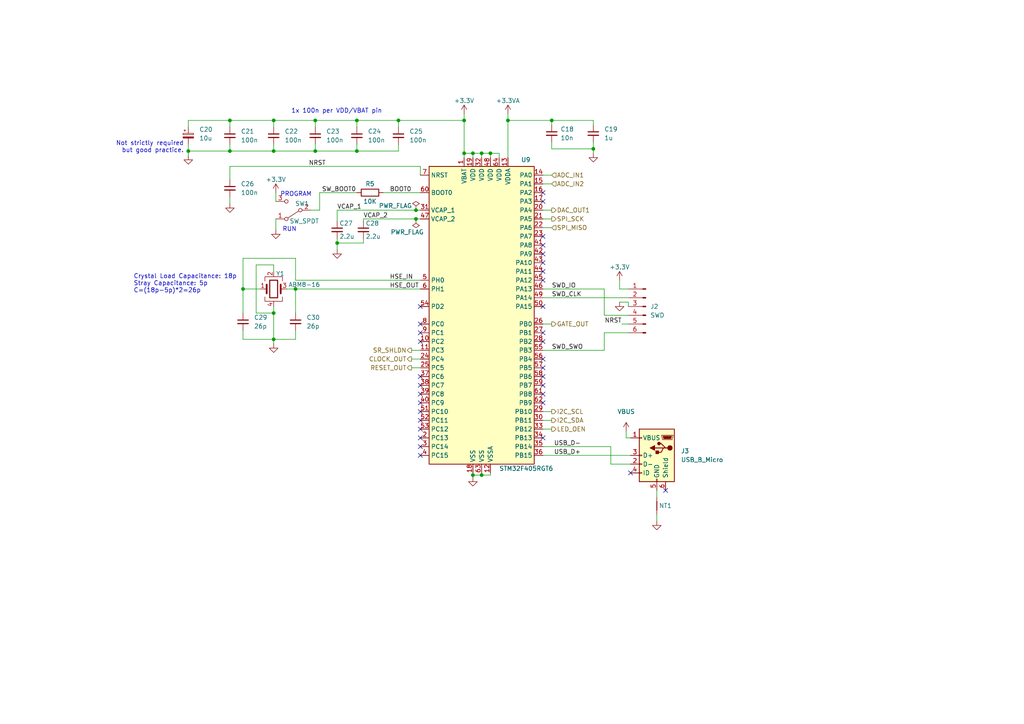
<source format=kicad_sch>
(kicad_sch (version 20211123) (generator eeschema)
  (paper "A4")
  (title_block (title "LivSynth - MCU") (date "2022-07-18") (rev "${Version}") (company "SloBlo Labs"))
  (lib_symbols
    (symbol "Connector:Conn_01x06_Male" (pin_names (offset 1.016) hide)
      (property "Reference" "J" (at 0 7.62 0))
      (property "Value" "Conn_01x06_Male" (at 0 -10.16 0))
      (symbol "Conn_01x06_Male_1_1"
        (polyline (pts (xy 1.27 -7.62) (xy 0.8636 -7.62)) (stroke (width 0.1524)))
        (polyline (pts (xy 1.27 -5.08) (xy 0.8636 -5.08)) (stroke (width 0.1524)))
        (polyline (pts (xy 1.27 -2.54) (xy 0.8636 -2.54)) (stroke (width 0.1524)))
        (polyline (pts (xy 1.27 0) (xy 0.8636 0)) (stroke (width 0.1524)))
        (polyline (pts (xy 1.27 2.54) (xy 0.8636 2.54)) (stroke (width 0.1524)))
        (polyline (pts (xy 1.27 5.08) (xy 0.8636 5.08)) (stroke (width 0.1524)))
        (rectangle (start 0.8636 -7.493) (end 0 -7.747) (stroke (width 0.1524)) (fill (type outline)))
        (rectangle (start 0.8636 -4.953) (end 0 -5.207) (stroke (width 0.1524)) (fill (type outline)))
        (rectangle (start 0.8636 -2.413) (end 0 -2.667) (stroke (width 0.1524)) (fill (type outline)))
        (rectangle (start 0.8636 0.127) (end 0 -0.127) (stroke (width 0.1524)) (fill (type outline)))
        (rectangle (start 0.8636 2.667) (end 0 2.413) (stroke (width 0.1524)) (fill (type outline)))
        (rectangle (start 0.8636 5.207) (end 0 4.953) (stroke (width 0.1524)) (fill (type outline)))
        (pin passive line (at 5.08 5.08 180) (length 3.81) (name "Pin_1") (number "1"))
        (pin passive line (at 5.08 2.54 180) (length 3.81) (name "Pin_2") (number "2"))
        (pin passive line (at 5.08 0 180) (length 3.81) (name "Pin_3") (number "3"))
        (pin passive line (at 5.08 -2.54 180) (length 3.81) (name "Pin_4") (number "4"))
        (pin passive line (at 5.08 -5.08 180) (length 3.81) (name "Pin_5") (number "5"))
        (pin passive line (at 5.08 -7.62 180) (length 3.81) (name "Pin_6") (number "6"))
      )
    )
    (symbol "Connector:USB_B_Micro" (pin_names (offset 1.016))
      (property "Reference" "J" (at -5.08 11.43 0))
      (property "Value" "USB_B_Micro" (at -5.08 8.89 0))
      (symbol "USB_B_Micro_0_1"
        (rectangle (start -5.08 -7.62) (end 5.08 7.62) (stroke (width 0.254)) (fill (type background)))
        (circle (center -3.81 2.159) (radius 0.635) (stroke (width 0.254)) (fill (type outline)))
        (circle (center -0.635 3.429) (radius 0.381) (stroke (width 0.254)) (fill (type outline)))
        (rectangle (start -0.127 -7.62) (end 0.127 -6.858))
        (polyline (pts (xy -1.905 2.159) (xy 0.635 2.159)) (stroke (width 0.254)))
        (polyline (pts (xy -3.175 2.159) (xy -2.54 2.159) (xy -1.27 3.429) (xy -0.635 3.429)) (stroke (width 0.254)))
        (polyline (pts (xy -2.54 2.159) (xy -1.905 2.159) (xy -1.27 0.889) (xy 0 0.889)) (stroke (width 0.254)))
        (polyline (pts (xy 0.635 2.794) (xy 0.635 1.524) (xy 1.905 2.159) (xy 0.635 2.794)) (stroke (width 0.254)) (fill (type outline)))
        (polyline (pts (xy -4.318 5.588) (xy -1.778 5.588) (xy -2.032 4.826) (xy -4.064 4.826) (xy -4.318 5.588)) (fill (type outline)))
        (polyline (pts (xy -4.699 5.842) (xy -4.699 5.588) (xy -4.445 4.826) (xy -4.445 4.572) (xy -1.651 4.572) (xy -1.651 4.826) (xy -1.397 5.588) (xy -1.397 5.842) (xy -4.699 5.842)))
        (rectangle (start 0.254 1.27) (end -0.508 0.508) (stroke (width 0.254)) (fill (type outline)))
        (rectangle (start 5.08 -5.207) (end 4.318 -4.953))
        (rectangle (start 5.08 -2.667) (end 4.318 -2.413))
        (rectangle (start 5.08 -0.127) (end 4.318 0.127))
        (rectangle (start 5.08 4.953) (end 4.318 5.207))
      )
      (symbol "USB_B_Micro_1_1"
        (pin power_out line (at 7.62 5.08 180) (length 2.54) (name "VBUS") (number "1"))
        (pin bidirectional line (at 7.62 -2.54 180) (length 2.54) (name "D-") (number "2"))
        (pin bidirectional line (at 7.62 0 180) (length 2.54) (name "D+") (number "3"))
        (pin passive line (at 7.62 -5.08 180) (length 2.54) (name "ID") (number "4"))
        (pin power_out line (at 0 -10.16 90) (length 2.54) (name "GND") (number "5"))
        (pin passive line (at -2.54 -10.16 90) (length 2.54) (name "Shield") (number "6"))
      )
    )
    (symbol "Device:C_Polarized_Small" (pin_numbers hide) (pin_names (offset 0.254) hide)
      (property "Reference" "C" (at 0.254 1.778 0))
      (property "Value" "C_Polarized_Small" (at 0.254 -2.032 0))
      (symbol "C_Polarized_Small_0_1"
        (rectangle (start -1.524 -0.3048) (end 1.524 -0.6858) (fill (type outline)))
        (rectangle (start -1.524 0.6858) (end 1.524 0.3048))
        (polyline (pts (xy -1.27 1.524) (xy -0.762 1.524)))
        (polyline (pts (xy -1.016 1.27) (xy -1.016 1.778)))
      )
      (symbol "C_Polarized_Small_1_1"
        (pin passive line (at 0 2.54 270) (length 1.8542) (name "~") (number "1"))
        (pin passive line (at 0 -2.54 90) (length 1.8542) (name "~") (number "2"))
      )
    )
    (symbol "Device:C_Small" (pin_numbers hide) (pin_names (offset 0.254) hide)
      (property "Reference" "C" (at 0.254 1.778 0))
      (property "Value" "C_Small" (at 0.254 -2.032 0))
      (symbol "C_Small_0_1"
        (polyline (pts (xy -1.524 -0.508) (xy 1.524 -0.508)) (stroke (width 0.3302)))
        (polyline (pts (xy -1.524 0.508) (xy 1.524 0.508)) (stroke (width 0.3048)))
      )
      (symbol "C_Small_1_1"
        (pin passive line (at 0 2.54 270) (length 2.032) (name "~") (number "1"))
        (pin passive line (at 0 -2.54 90) (length 2.032) (name "~") (number "2"))
      )
    )
    (symbol "Device:Crystal_GND24" (pin_names (offset 1.016) hide)
      (property "Reference" "Y" (at 3.175 5.08 0))
      (property "Value" "Crystal_GND24" (at 3.175 3.175 0))
      (symbol "Crystal_GND24_0_1"
        (rectangle (start -1.143 2.54) (end 1.143 -2.54) (stroke (width 0.3048)))
        (polyline (pts (xy -2.54 0) (xy -2.032 0)))
        (polyline (pts (xy -2.032 -1.27) (xy -2.032 1.27)) (stroke (width 0.508)))
        (polyline (pts (xy 0 -3.81) (xy 0 -3.556)))
        (polyline (pts (xy 0 3.556) (xy 0 3.81)))
        (polyline (pts (xy 2.032 -1.27) (xy 2.032 1.27)) (stroke (width 0.508)))
        (polyline (pts (xy 2.032 0) (xy 2.54 0)))
        (polyline (pts (xy -2.54 -2.286) (xy -2.54 -3.556) (xy 2.54 -3.556) (xy 2.54 -2.286)))
        (polyline (pts (xy -2.54 2.286) (xy -2.54 3.556) (xy 2.54 3.556) (xy 2.54 2.286)))
      )
      (symbol "Crystal_GND24_1_1"
        (pin passive line (at -3.81 0 0) (length 1.27) (name "1") (number "1"))
        (pin passive line (at 0 5.08 270) (length 1.27) (name "2") (number "2"))
        (pin passive line (at 3.81 0 180) (length 1.27) (name "3") (number "3"))
        (pin passive line (at 0 -5.08 90) (length 1.27) (name "4") (number "4"))
      )
    )
    (symbol "Device:NetTie_2" (pin_numbers hide) (pin_names (offset 0) hide)
      (property "Reference" "NT" (at 0 1.27 0))
      (property "Value" "NetTie_2" (at 0 -1.27 0))
      (symbol "NetTie_2_0_1"
        (polyline (pts (xy -1.27 0) (xy 1.27 0)) (stroke (width 0.254)))
      )
      (symbol "NetTie_2_1_1"
        (pin passive line (at -2.54 0 0) (length 2.54) (name "1") (number "1"))
        (pin passive line (at 2.54 0 180) (length 2.54) (name "2") (number "2"))
      )
    )
    (symbol "Device:R" (pin_numbers hide) (pin_names (offset 0))
      (property "Reference" "R" (at 2.032 0 90))
      (property "Value" "R" (at 0 0 90))
      (symbol "R_0_1"
        (rectangle (start -1.016 -2.54) (end 1.016 2.54) (stroke (width 0.254)))
      )
      (symbol "R_1_1"
        (pin passive line (at 0 3.81 270) (length 1.27) (name "~") (number "1"))
        (pin passive line (at 0 -3.81 90) (length 1.27) (name "~") (number "2"))
      )
    )
    (symbol "MCU_ST_STM32F4:STM32F405RGTx"
      (property "Reference" "U" (at -15.24 44.45 0))
      (property "Value" "STM32F405RGTx" (at 10.16 44.45 0))
      (symbol "STM32F405RGTx_0_1"
        (rectangle (start -15.24 -43.18) (end 15.24 43.18) (stroke (width 0.254)) (fill (type background)))
      )
      (symbol "STM32F405RGTx_1_1"
        (pin power_in line (at -5.08 45.72 270) (length 2.54) (name "VBAT") (number "1"))
        (pin bidirectional line (at -17.78 -7.62 0) (length 2.54) (name "PC2") (number "10"))
        (pin bidirectional line (at -17.78 -10.16 0) (length 2.54) (name "PC3") (number "11"))
        (pin power_in line (at 2.54 -45.72 90) (length 2.54) (name "VSSA") (number "12"))
        (pin power_in line (at 7.62 45.72 270) (length 2.54) (name "VDDA") (number "13"))
        (pin bidirectional line (at 17.78 40.64 180) (length 2.54) (name "PA0") (number "14"))
        (pin bidirectional line (at 17.78 38.1 180) (length 2.54) (name "PA1") (number "15"))
        (pin bidirectional line (at 17.78 35.56 180) (length 2.54) (name "PA2") (number "16"))
        (pin bidirectional line (at 17.78 33.02 180) (length 2.54) (name "PA3") (number "17"))
        (pin power_in line (at -2.54 -45.72 90) (length 2.54) (name "VSS") (number "18"))
        (pin power_in line (at -2.54 45.72 270) (length 2.54) (name "VDD") (number "19"))
        (pin bidirectional line (at -17.78 -35.56 0) (length 2.54) (name "PC13") (number "2"))
        (pin bidirectional line (at 17.78 30.48 180) (length 2.54) (name "PA4") (number "20"))
        (pin bidirectional line (at 17.78 27.94 180) (length 2.54) (name "PA5") (number "21"))
        (pin bidirectional line (at 17.78 25.4 180) (length 2.54) (name "PA6") (number "22"))
        (pin bidirectional line (at 17.78 22.86 180) (length 2.54) (name "PA7") (number "23"))
        (pin bidirectional line (at -17.78 -12.7 0) (length 2.54) (name "PC4") (number "24"))
        (pin bidirectional line (at -17.78 -15.24 0) (length 2.54) (name "PC5") (number "25"))
        (pin bidirectional line (at 17.78 -2.54 180) (length 2.54) (name "PB0") (number "26"))
        (pin bidirectional line (at 17.78 -5.08 180) (length 2.54) (name "PB1") (number "27"))
        (pin bidirectional line (at 17.78 -7.62 180) (length 2.54) (name "PB2") (number "28"))
        (pin bidirectional line (at 17.78 -27.94 180) (length 2.54) (name "PB10") (number "29"))
        (pin bidirectional line (at -17.78 -38.1 0) (length 2.54) (name "PC14") (number "3"))
        (pin bidirectional line (at 17.78 -30.48 180) (length 2.54) (name "PB11") (number "30"))
        (pin power_in line (at -17.78 30.48 0) (length 2.54) (name "VCAP_1") (number "31"))
        (pin power_in line (at 0 45.72 270) (length 2.54) (name "VDD") (number "32"))
        (pin bidirectional line (at 17.78 -33.02 180) (length 2.54) (name "PB12") (number "33"))
        (pin bidirectional line (at 17.78 -35.56 180) (length 2.54) (name "PB13") (number "34"))
        (pin bidirectional line (at 17.78 -38.1 180) (length 2.54) (name "PB14") (number "35"))
        (pin bidirectional line (at 17.78 -40.64 180) (length 2.54) (name "PB15") (number "36"))
        (pin bidirectional line (at -17.78 -17.78 0) (length 2.54) (name "PC6") (number "37"))
        (pin bidirectional line (at -17.78 -20.32 0) (length 2.54) (name "PC7") (number "38"))
        (pin bidirectional line (at -17.78 -22.86 0) (length 2.54) (name "PC8") (number "39"))
        (pin bidirectional line (at -17.78 -40.64 0) (length 2.54) (name "PC15") (number "4"))
        (pin bidirectional line (at -17.78 -25.4 0) (length 2.54) (name "PC9") (number "40"))
        (pin bidirectional line (at 17.78 20.32 180) (length 2.54) (name "PA8") (number "41"))
        (pin bidirectional line (at 17.78 17.78 180) (length 2.54) (name "PA9") (number "42"))
        (pin bidirectional line (at 17.78 15.24 180) (length 2.54) (name "PA10") (number "43"))
        (pin bidirectional line (at 17.78 12.7 180) (length 2.54) (name "PA11") (number "44"))
        (pin bidirectional line (at 17.78 10.16 180) (length 2.54) (name "PA12") (number "45"))
        (pin bidirectional line (at 17.78 7.62 180) (length 2.54) (name "PA13") (number "46"))
        (pin power_in line (at -17.78 27.94 0) (length 2.54) (name "VCAP_2") (number "47"))
        (pin power_in line (at 2.54 45.72 270) (length 2.54) (name "VDD") (number "48"))
        (pin bidirectional line (at 17.78 5.08 180) (length 2.54) (name "PA14") (number "49"))
        (pin input line (at -17.78 10.16 0) (length 2.54) (name "PH0") (number "5"))
        (pin bidirectional line (at 17.78 2.54 180) (length 2.54) (name "PA15") (number "50"))
        (pin bidirectional line (at -17.78 -27.94 0) (length 2.54) (name "PC10") (number "51"))
        (pin bidirectional line (at -17.78 -30.48 0) (length 2.54) (name "PC11") (number "52"))
        (pin bidirectional line (at -17.78 -33.02 0) (length 2.54) (name "PC12") (number "53"))
        (pin bidirectional line (at -17.78 2.54 0) (length 2.54) (name "PD2") (number "54"))
        (pin bidirectional line (at 17.78 -10.16 180) (length 2.54) (name "PB3") (number "55"))
        (pin bidirectional line (at 17.78 -12.7 180) (length 2.54) (name "PB4") (number "56"))
        (pin bidirectional line (at 17.78 -15.24 180) (length 2.54) (name "PB5") (number "57"))
        (pin bidirectional line (at 17.78 -17.78 180) (length 2.54) (name "PB6") (number "58"))
        (pin bidirectional line (at 17.78 -20.32 180) (length 2.54) (name "PB7") (number "59"))
        (pin input line (at -17.78 7.62 0) (length 2.54) (name "PH1") (number "6"))
        (pin input line (at -17.78 35.56 0) (length 2.54) (name "BOOT0") (number "60"))
        (pin bidirectional line (at 17.78 -22.86 180) (length 2.54) (name "PB8") (number "61"))
        (pin bidirectional line (at 17.78 -25.4 180) (length 2.54) (name "PB9") (number "62"))
        (pin power_in line (at 0 -45.72 90) (length 2.54) (name "VSS") (number "63"))
        (pin power_in line (at 5.08 45.72 270) (length 2.54) (name "VDD") (number "64"))
        (pin input line (at -17.78 40.64 0) (length 2.54) (name "NRST") (number "7"))
        (pin bidirectional line (at -17.78 -2.54 0) (length 2.54) (name "PC0") (number "8"))
        (pin bidirectional line (at -17.78 -5.08 0) (length 2.54) (name "PC1") (number "9"))
      )
    )
    (symbol "Switch:SW_SPDT" (pin_names (offset 0) hide)
      (property "Reference" "SW" (at 0 4.318 0))
      (property "Value" "SW_SPDT" (at 0 -5.08 0))
      (symbol "SW_SPDT_0_0"
        (circle (center -2.032 0) (radius 0.508))
        (circle (center 2.032 -2.54) (radius 0.508))
      )
      (symbol "SW_SPDT_0_1"
        (polyline (pts (xy -1.524 0.254) (xy 1.651 2.286)))
        (circle (center 2.032 2.54) (radius 0.508))
      )
      (symbol "SW_SPDT_1_1"
        (pin passive line (at 5.08 2.54 180) (length 2.54) (name "A") (number "1"))
        (pin passive line (at -5.08 0 0) (length 2.54) (name "B") (number "2"))
        (pin passive line (at 5.08 -2.54 180) (length 2.54) (name "C") (number "3"))
      )
    )
    (symbol "power:+3.3V" (power) (pin_names (offset 0))
      (property "Value" "+3.3V" (at 0 3.556 0))
      (symbol "+3.3V_0_1"
        (polyline (pts (xy -0.762 1.27) (xy 0 2.54)))
        (polyline (pts (xy 0 0) (xy 0 2.54)))
        (polyline (pts (xy 0 2.54) (xy 0.762 1.27)))
      )
      (symbol "+3.3V_1_1"
        (pin power_in line (at 0 0 90) (length 0) hide (name "+3.3V") (number "1"))
      )
    )
    (symbol "power:+3.3VA" (power) (pin_names (offset 0))
      (property "Value" "+3.3VA" (at 0 3.556 0))
      (symbol "+3.3VA_0_1"
        (polyline (pts (xy -0.762 1.27) (xy 0 2.54)))
        (polyline (pts (xy 0 0) (xy 0 2.54)))
        (polyline (pts (xy 0 2.54) (xy 0.762 1.27)))
      )
      (symbol "+3.3VA_1_1"
        (pin power_in line (at 0 0 90) (length 0) hide (name "+3.3VA") (number "1"))
      )
    )
    (symbol "power:GND" (power) (pin_names (offset 0))
      (property "Value" "GND" (at 0 -3.81 0))
      (symbol "GND_0_1"
        (polyline (pts (xy 0 0) (xy 0 -1.27) (xy 1.27 -1.27) (xy 0 -2.54) (xy -1.27 -1.27) (xy 0 -1.27)))
      )
      (symbol "GND_1_1"
        (pin power_in line (at 0 0 270) (length 0) hide (name "GND") (number "1"))
      )
    )
    (symbol "power:PWR_FLAG" (power) (pin_numbers hide) (pin_names (offset 0) hide)
      (property "Value" "PWR_FLAG" (at 0 3.81 0))
      (symbol "PWR_FLAG_0_0"
        (pin power_out line (at 0 0 90) (length 0) (name "pwr") (number "1"))
      )
      (symbol "PWR_FLAG_0_1"
        (polyline (pts (xy 0 0) (xy 0 1.27) (xy -1.016 1.905) (xy 0 2.54) (xy 1.016 1.905) (xy 0 1.27)))
      )
    )
    (symbol "power:VBUS" (power) (pin_names (offset 0))
      (property "Value" "VBUS" (at 0 3.81 0))
      (symbol "VBUS_0_1"
        (polyline (pts (xy -0.762 1.27) (xy 0 2.54)))
        (polyline (pts (xy 0 0) (xy 0 2.54)))
        (polyline (pts (xy 0 2.54) (xy 0.762 1.27)))
      )
      (symbol "VBUS_1_1"
        (pin power_in line (at 0 0 90) (length 0) hide (name "VBUS") (number "1"))
      )
    )
  )
  (junction (at 137.16 137.795))
  (junction (at 142.24 44.45))
  (junction (at 120.65 60.96))
  (junction (at 70.485 83.82))
  (junction (at 79.375 43.815))
  (junction (at 66.675 43.815))
  (junction (at 139.7 44.45))
  (junction (at 85.725 83.82))
  (junction (at 134.62 34.925))
  (junction (at 66.675 34.925))
  (junction (at 91.44 43.815))
  (junction (at 115.57 34.925))
  (junction (at 79.375 34.925))
  (junction (at 120.65 63.5))
  (junction (at 103.505 34.925))
  (junction (at 54.61 43.815))
  (junction (at 103.505 43.815))
  (junction (at 97.79 70.485))
  (junction (at 147.32 34.925))
  (junction (at 79.375 98.425))
  (junction (at 79.375 90.805))
  (junction (at 134.62 44.45))
  (junction (at 172.085 43.18))
  (junction (at 139.7 137.795))
  (junction (at 160.02 34.925))
  (junction (at 137.16 44.45))
  (junction (at 91.44 34.925))
  (no_connect (at 121.92 124.46))
  (no_connect (at 157.48 68.58))
  (no_connect (at 121.92 119.38))
  (no_connect (at 121.92 127))
  (no_connect (at 182.88 137.16))
  (no_connect (at 193.04 142.24))
  (no_connect (at 121.92 121.92))
  (no_connect (at 121.92 109.22))
  (no_connect (at 121.92 111.76))
  (no_connect (at 121.92 114.3))
  (no_connect (at 121.92 116.84))
  (no_connect (at 121.92 88.9))
  (no_connect (at 121.92 93.98))
  (no_connect (at 121.92 96.52))
  (no_connect (at 121.92 99.06))
  (no_connect (at 157.48 114.3))
  (no_connect (at 157.48 111.76))
  (no_connect (at 157.48 109.22))
  (no_connect (at 157.48 106.68))
  (no_connect (at 157.48 104.14))
  (no_connect (at 157.48 99.06))
  (no_connect (at 157.48 96.52))
  (no_connect (at 157.48 88.9))
  (no_connect (at 157.48 81.28))
  (no_connect (at 157.48 78.74))
  (no_connect (at 157.48 76.2))
  (no_connect (at 157.48 73.66))
  (no_connect (at 157.48 71.12))
  (no_connect (at 157.48 58.42))
  (no_connect (at 157.48 55.88))
  (no_connect (at 121.92 132.08))
  (no_connect (at 121.92 129.54))
  (no_connect (at 157.48 127))
  (no_connect (at 157.48 116.84))
  (wire (pts (xy 54.61 43.815) (xy 66.675 43.815)))
  (wire (pts (xy 111.125 55.88) (xy 121.92 55.88)))
  (wire (pts (xy 120.65 63.5) (xy 121.92 63.5)))
  (wire (pts (xy 139.7 137.16) (xy 139.7 137.795)))
  (wire (pts (xy 79.375 34.925) (xy 91.44 34.925)))
  (wire (pts (xy 92.71 55.88) (xy 103.505 55.88)))
  (wire (pts (xy 160.02 124.46) (xy 157.48 124.46)))
  (wire (pts (xy 85.725 74.93) (xy 85.725 81.28)))
  (wire (pts (xy 97.79 70.485) (xy 105.41 70.485)))
  (wire (pts (xy 172.085 34.925) (xy 160.02 34.925)))
  (wire (pts (xy 147.32 34.925) (xy 160.02 34.925)))
  (wire (pts (xy 70.485 95.885) (xy 70.485 98.425)))
  (wire (pts (xy 137.16 137.16) (xy 137.16 137.795)))
  (wire (pts (xy 85.725 81.28) (xy 121.92 81.28)))
  (wire (pts (xy 137.16 137.795) (xy 137.16 138.43)))
  (wire (pts (xy 91.44 43.815) (xy 103.505 43.815)))
  (wire (pts (xy 66.675 48.26) (xy 121.92 48.26)))
  (wire (pts (xy 70.485 74.93) (xy 85.725 74.93)))
  (wire (pts (xy 91.44 36.83) (xy 91.44 34.925)))
  (wire (pts (xy 70.485 98.425) (xy 79.375 98.425)))
  (wire (pts (xy 115.57 43.815) (xy 115.57 41.91)))
  (wire (pts (xy 70.485 83.82) (xy 70.485 74.93)))
  (wire (pts (xy 179.705 87.63) (xy 182.245 87.63)))
  (wire (pts (xy 142.24 44.45) (xy 142.24 45.72)))
  (wire (pts (xy 120.65 60.96) (xy 121.92 60.96)))
  (wire (pts (xy 121.92 48.26) (xy 121.92 50.8)))
  (wire (pts (xy 92.71 60.96) (xy 92.71 55.88)))
  (wire (pts (xy 157.48 53.34) (xy 160.02 53.34)))
  (wire (pts (xy 103.505 36.83) (xy 103.505 34.925)))
  (wire (pts (xy 115.57 36.83) (xy 115.57 34.925)))
  (wire (pts (xy 182.245 87.63) (xy 182.245 88.9)))
  (wire (pts (xy 79.375 98.425) (xy 85.725 98.425)))
  (wire (pts (xy 79.375 36.83) (xy 79.375 34.925)))
  (wire (pts (xy 134.62 33.02) (xy 134.62 34.925)))
  (wire (pts (xy 172.085 44.45) (xy 172.085 43.18)))
  (wire (pts (xy 190.5 142.24) (xy 190.5 144.145)))
  (wire (pts (xy 54.61 43.815) (xy 54.61 45.085)))
  (wire (pts (xy 147.32 33.02) (xy 147.32 34.925)))
  (wire (pts (xy 79.375 76.835) (xy 74.295 76.835)))
  (wire (pts (xy 83.185 83.82) (xy 85.725 83.82)))
  (wire (pts (xy 66.675 43.815) (xy 79.375 43.815)))
  (wire (pts (xy 175.26 96.52) (xy 182.245 96.52)))
  (wire (pts (xy 70.485 83.82) (xy 70.485 90.805)))
  (wire (pts (xy 54.61 36.83) (xy 54.61 34.925)))
  (wire (pts (xy 139.7 44.45) (xy 139.7 45.72)))
  (wire (pts (xy 172.085 36.195) (xy 172.085 34.925)))
  (wire (pts (xy 179.705 83.82) (xy 179.705 81.28)))
  (wire (pts (xy 144.78 44.45) (xy 142.24 44.45)))
  (wire (pts (xy 157.48 60.96) (xy 160.02 60.96)))
  (wire (pts (xy 160.02 34.925) (xy 160.02 36.195)))
  (wire (pts (xy 137.16 44.45) (xy 134.62 44.45)))
  (wire (pts (xy 175.26 83.82) (xy 175.26 91.44)))
  (wire (pts (xy 79.375 98.425) (xy 79.375 99.695)))
  (wire (pts (xy 121.92 106.68) (xy 119.38 106.68)))
  (wire (pts (xy 139.7 44.45) (xy 137.16 44.45)))
  (wire (pts (xy 157.48 101.6) (xy 175.26 101.6)))
  (wire (pts (xy 79.375 78.74) (xy 79.375 76.835)))
  (wire (pts (xy 190.5 149.225) (xy 190.5 151.13)))
  (wire (pts (xy 160.02 41.275) (xy 160.02 43.18)))
  (wire (pts (xy 160.02 121.92) (xy 157.48 121.92)))
  (wire (pts (xy 105.41 63.5) (xy 120.65 63.5)))
  (wire (pts (xy 85.725 95.885) (xy 85.725 98.425)))
  (wire (pts (xy 142.24 44.45) (xy 139.7 44.45)))
  (wire (pts (xy 90.17 60.96) (xy 92.71 60.96)))
  (wire (pts (xy 54.61 41.91) (xy 54.61 43.815)))
  (wire (pts (xy 181.61 125.095) (xy 181.61 127)))
  (wire (pts (xy 139.7 137.795) (xy 137.16 137.795)))
  (wire (pts (xy 157.48 83.82) (xy 175.26 83.82)))
  (wire (pts (xy 74.295 90.805) (xy 79.375 90.805)))
  (wire (pts (xy 74.295 76.835) (xy 74.295 90.805)))
  (wire (pts (xy 177.165 134.62) (xy 177.165 129.54)))
  (wire (pts (xy 182.88 134.62) (xy 177.165 134.62)))
  (wire (pts (xy 105.41 64.135) (xy 105.41 63.5)))
  (wire (pts (xy 66.675 41.91) (xy 66.675 43.815)))
  (wire (pts (xy 119.38 101.6) (xy 121.92 101.6)))
  (wire (pts (xy 181.61 127) (xy 182.88 127)))
  (wire (pts (xy 160.02 43.18) (xy 172.085 43.18)))
  (wire (pts (xy 97.79 70.485) (xy 97.79 72.39)))
  (wire (pts (xy 160.02 66.04) (xy 157.48 66.04)))
  (wire (pts (xy 105.41 70.485) (xy 105.41 69.215)))
  (wire (pts (xy 66.675 57.15) (xy 66.675 59.055)))
  (wire (pts (xy 66.675 34.925) (xy 79.375 34.925)))
  (wire (pts (xy 157.48 132.08) (xy 182.88 132.08)))
  (wire (pts (xy 97.79 60.96) (xy 120.65 60.96)))
  (wire (pts (xy 157.48 50.8) (xy 160.02 50.8)))
  (wire (pts (xy 142.24 137.16) (xy 142.24 137.795)))
  (wire (pts (xy 103.505 43.815) (xy 115.57 43.815)))
  (wire (pts (xy 180.34 93.98) (xy 182.245 93.98)))
  (wire (pts (xy 79.375 43.815) (xy 91.44 43.815)))
  (wire (pts (xy 97.79 64.135) (xy 97.79 60.96)))
  (wire (pts (xy 157.48 129.54) (xy 177.165 129.54)))
  (wire (pts (xy 175.26 91.44) (xy 182.245 91.44)))
  (wire (pts (xy 79.375 90.805) (xy 79.375 98.425)))
  (wire (pts (xy 134.62 34.925) (xy 134.62 44.45)))
  (wire (pts (xy 85.725 83.82) (xy 121.92 83.82)))
  (wire (pts (xy 160.02 63.5) (xy 157.48 63.5)))
  (wire (pts (xy 79.375 90.805) (xy 79.375 88.9)))
  (wire (pts (xy 66.675 48.26) (xy 66.675 52.07)))
  (wire (pts (xy 144.78 44.45) (xy 144.78 45.72)))
  (wire (pts (xy 142.24 137.795) (xy 139.7 137.795)))
  (wire (pts (xy 103.505 41.91) (xy 103.505 43.815)))
  (wire (pts (xy 80.01 55.88) (xy 80.01 58.42)))
  (wire (pts (xy 80.01 63.5) (xy 80.01 66.675)))
  (wire (pts (xy 160.02 119.38) (xy 157.48 119.38)))
  (wire (pts (xy 134.62 44.45) (xy 134.62 45.72)))
  (wire (pts (xy 54.61 34.925) (xy 66.675 34.925)))
  (wire (pts (xy 85.725 83.82) (xy 85.725 90.805)))
  (wire (pts (xy 75.565 83.82) (xy 70.485 83.82)))
  (wire (pts (xy 137.16 44.45) (xy 137.16 45.72)))
  (wire (pts (xy 147.32 45.72) (xy 147.32 34.925)))
  (wire (pts (xy 91.44 34.925) (xy 103.505 34.925)))
  (wire (pts (xy 103.505 34.925) (xy 115.57 34.925)))
  (wire (pts (xy 79.375 41.91) (xy 79.375 43.815)))
  (wire (pts (xy 182.245 83.82) (xy 179.705 83.82)))
  (wire (pts (xy 160.02 93.98) (xy 157.48 93.98)))
  (wire (pts (xy 115.57 34.925) (xy 134.62 34.925)))
  (wire (pts (xy 119.38 104.14) (xy 121.92 104.14)))
  (wire (pts (xy 172.085 43.18) (xy 172.085 41.275)))
  (wire (pts (xy 157.48 86.36) (xy 182.245 86.36)))
  (wire (pts (xy 66.675 36.83) (xy 66.675 34.925)))
  (wire (pts (xy 97.79 70.485) (xy 97.79 69.215)))
  (wire (pts (xy 175.26 101.6) (xy 175.26 96.52)))
  (wire (pts (xy 91.44 41.91) (xy 91.44 43.815)))
  (text "Not strictly required\nbut good practice." (at 53.34 44.45 180) (effects (font (size 1.27 1.27)) (justify right bottom)))
  (text "RUN" (at 81.915 67.31 0) (effects (font (size 1.27 1.27)) (justify left bottom)))
  (text "Crystal Load Capacitance: 18p\nStray Capacitance: 5p\nC=(18p-5p)*2=26p " (at 38.735 85.09 0) (effects (font (size 1.27 1.27)) (justify left bottom)))
  (text "PROGRAM" (at 81.28 57.15 0) (effects (font (size 1.27 1.27)) (justify left bottom)))
  (text "1x 100n per VDD/VBAT pin" (at 84.455 33.02 0) (effects (font (size 1.27 1.27)) (justify left bottom)))
  (label "SWD_IO" (at 160.02 83.82 0))
  (label "HSE_OUT" (at 113.03 83.82 0))
  (label "USB_D+" (at 160.655 132.08 0))
  (label "BOOT0" (at 113.03 55.88 0))
  (label "VCAP_1" (at 97.79 60.96 0))
  (label "HSE_IN" (at 113.03 81.28 0))
  (label "VCAP_2" (at 105.41 63.5 0))
  (label "NRST" (at 180.34 93.98 180))
  (label "SWD_SWO" (at 160.02 101.6 0))
  (label "SWD_CLK" (at 160.02 86.36 0))
  (label "NRST" (at 89.535 48.26 0))
  (label "SW_BOOT0" (at 93.345 55.88 0))
  (label "USB_D-" (at 160.655 129.54 0))
  (hierarchical_label "DAC_OUT1" (shape output) (at 160.02 60.96 0))
  (hierarchical_label "ADC_IN2" (shape input) (at 160.02 53.34 0))
  (hierarchical_label "ADC_IN1" (shape input) (at 160.02 50.8 0))
  (hierarchical_label "I2C_SDA" (shape output) (at 160.02 121.92 0))
  (hierarchical_label "RESET_OUT" (shape output) (at 119.38 106.68 180))
  (hierarchical_label "LED_OEN" (shape output) (at 160.02 124.46 0))
  (hierarchical_label "SR_SHLDN" (shape output) (at 119.38 101.6 180))
  (hierarchical_label "CLOCK_OUT" (shape output) (at 119.38 104.14 180))
  (hierarchical_label "SPI_MISO" (shape input) (at 160.02 66.04 0))
  (hierarchical_label "I2C_SCL" (shape output) (at 160.02 119.38 0))
  (hierarchical_label "GATE_OUT" (shape output) (at 160.02 93.98 0))
  (hierarchical_label "SPI_SCK" (shape output) (at 160.02 63.5 0))
  (symbol (lib_id "power:GND") (at 172.085 44.45 0) (unit 1)
    (property "Reference" "#PWR019" (effects hide))
    (property "Value" "GND" (effects hide))
  )
  (symbol (lib_id "Device:NetTie_2") (at 190.5 146.685 90) (unit 1)
    (property "Reference" "NT1" (at 191.135 146.685 90) (effects (justify right)))
    (property "Value" "NetTie_2" (effects hide))
    (property "Footprint" "NetTie:NetTie-2_SMD_Pad2.0mm" (effects hide))
  )
  (symbol (lib_id "power:GND") (at 66.675 59.055 0) (unit 1)
    (property "Reference" "#PWR022" (effects hide))
    (property "Value" "GND" (effects hide))
  )
  (symbol (lib_id "Device:C_Small") (at 91.44 39.37 0) (unit 1)
    (property "Reference" "C23" (at 94.615 38.1062 0) (effects (justify left)))
    (property "Value" "100n" (at 94.615 40.6462 0) (effects (justify left)))
    (property "Footprint" "Capacitor_SMD:C_0603_1608Metric_Pad1.08x0.95mm_HandSolder" (effects hide))
  )
  (symbol (lib_id "Device:C_Small") (at 160.02 38.735 0) (unit 1)
    (property "Reference" "C18" (at 162.56 37.4712 0) (effects (justify left)))
    (property "Value" "10n" (at 162.56 40.0112 0) (effects (justify left)))
    (property "Footprint" "Capacitor_THT:C_Rect_L7.2mm_W2.5mm_P5.00mm_FKS2_FKP2_MKS2_MKP2" (effects hide))
  )
  (symbol (lib_id "power:GND") (at 190.5 151.13 0) (unit 1)
    (property "Reference" "#PWR030" (effects hide))
    (property "Value" "GND" (effects hide))
  )
  (symbol (lib_id "Device:C_Small") (at 97.79 66.675 0) (unit 1)
    (property "Reference" "C27" (at 98.425 64.77 0) (effects (justify left)))
    (property "Value" "2.2u" (at 98.425 68.58 0) (effects (justify left)))
    (property "Footprint" "Capacitor_SMD:C_0603_1608Metric_Pad1.08x0.95mm_HandSolder" (effects hide))
  )
  (symbol (lib_id "power:PWR_FLAG") (at 120.65 60.96 0) (unit 1)
    (property "Reference" "#FLG03" (effects hide))
    (property "Value" "PWR_FLAG" (at 109.855 59.69 0) (effects (justify left)))
  )
  (symbol (lib_id "Device:Crystal_GND24") (at 79.375 83.82 0) (unit 1)
    (property "Reference" "Y1" (at 81.28 79.375 0))
    (property "Value" "ABM8-16" (at 88.265 82.55 0))
    (property "Footprint" "Crystal:Crystal_SMD_3225-4Pin_3.2x2.5mm_HandSoldering" (effects hide))
  )
  (symbol (lib_id "power:+3.3V") (at 134.62 33.02 0) (unit 1)
    (property "Reference" "#PWR017" (effects hide))
    (property "Value" "+3.3V" (at 134.62 29.21 0))
  )
  (symbol (lib_id "Device:R") (at 107.315 55.88 90) (unit 1)
    (property "Reference" "R5" (at 107.315 53.34 90))
    (property "Value" "10K" (at 107.315 58.42 90))
    (property "Footprint" "Resistor_THT:R_Axial_DIN0207_L6.3mm_D2.5mm_P7.62mm_Horizontal" (effects hide))
  )
  (symbol (lib_id "MCU_ST_STM32F4:STM32F405RGTx") (at 139.7 91.44 0) (unit 1)
    (property "Reference" "U9" (at 151.13 46.355 0) (effects (justify left)))
    (property "Value" "STM32F405RGT6" (at 144.78 135.89 0) (effects (justify left)))
    (property "Footprint" "Package_QFP:LQFP-64_10x10mm_P0.5mm" (effects hide))
    (property "Datasheet" "http://www.st.com/st-web-ui/static/active/en/resource/technical/document/datasheet/DM00037051.pdf" (effects hide))
  )
  (symbol (lib_id "Device:C_Small") (at 115.57 39.37 0) (unit 1)
    (property "Reference" "C25" (at 118.745 38.1062 0) (effects (justify left)))
    (property "Value" "100n" (at 118.745 40.6462 0) (effects (justify left)))
    (property "Footprint" "Capacitor_SMD:C_0603_1608Metric_Pad1.08x0.95mm_HandSolder" (effects hide))
  )
  (symbol (lib_id "power:PWR_FLAG") (at 120.65 63.5 0) (mirror x) (unit 1)
    (property "Reference" "#FLG04" (effects hide))
    (property "Value" "PWR_FLAG" (at 118.11 67.31 0))
  )
  (symbol (lib_id "Connector:Conn_01x06_Male") (at 187.325 88.9 0) (mirror y) (unit 1)
    (property "Reference" "J2" (at 188.595 88.8999 0) (effects (justify right)))
    (property "Value" "SWD" (at 188.595 91.4399 0) (effects (justify right)))
    (property "Footprint" "Connector_PinHeader_2.54mm:PinHeader_1x06_P2.54mm_Vertical" (effects hide))
  )
  (symbol (lib_id "Connector:USB_B_Micro") (at 190.5 132.08 0) (mirror y) (unit 1)
    (property "Reference" "J3" (at 197.485 130.8099 0) (effects (justify right)))
    (property "Value" "USB_B_Micro" (at 197.485 133.3499 0) (effects (justify right)))
    (property "Footprint" "Connector_USB:USB_Micro-B_Wuerth_629105150521" (effects hide))
  )
  (symbol (lib_id "Device:C_Small") (at 79.375 39.37 0) (unit 1)
    (property "Reference" "C22" (at 82.55 38.1062 0) (effects (justify left)))
    (property "Value" "100n" (at 82.55 40.6462 0) (effects (justify left)))
    (property "Footprint" "Capacitor_SMD:C_0603_1608Metric_Pad1.08x0.95mm_HandSolder" (effects hide))
  )
  (symbol (lib_id "power:GND") (at 179.705 87.63 0) (unit 1)
    (property "Reference" "#PWR026" (effects hide))
    (property "Value" "GND" (effects hide))
  )
  (symbol (lib_id "power:VBUS") (at 181.61 125.095 0) (unit 1)
    (property "Reference" "#PWR028" (effects hide))
    (property "Value" "VBUS" (at 181.61 119.38 0))
  )
  (symbol (lib_id "power:GND") (at 79.375 99.695 0) (unit 1)
    (property "Reference" "#PWR027" (effects hide))
    (property "Value" "GND" (effects hide))
  )
  (symbol (lib_id "power:+3.3VA") (at 147.32 33.02 0) (unit 1)
    (property "Reference" "#PWR018" (effects hide))
    (property "Value" "+3.3VA" (at 147.32 29.21 0))
  )
  (symbol (lib_id "Device:C_Small") (at 85.725 93.345 0) (unit 1)
    (property "Reference" "C30" (at 88.9 92.0812 0) (effects (justify left)))
    (property "Value" "26p" (at 88.9 94.6212 0) (effects (justify left)))
    (property "Footprint" "Capacitor_SMD:C_0603_1608Metric_Pad1.08x0.95mm_HandSolder" (effects hide))
  )
  (symbol (lib_id "Device:C_Small") (at 172.085 38.735 0) (unit 1)
    (property "Reference" "C19" (at 175.26 37.4712 0) (effects (justify left)))
    (property "Value" "1u" (at 175.26 40.0112 0) (effects (justify left)))
    (property "Footprint" "Capacitor_THT:C_Rect_L7.2mm_W5.5mm_P5.00mm_FKS2_FKP2_MKS2_MKP2" (effects hide))
  )
  (symbol (lib_id "power:+3.3V") (at 179.705 81.28 0) (unit 1)
    (property "Reference" "#PWR025" (effects hide))
    (property "Value" "+3.3V" (at 179.705 77.47 0))
  )
  (symbol (lib_id "power:GND") (at 97.79 72.39 0) (unit 1)
    (property "Reference" "#PWR024" (effects hide))
    (property "Value" "GND" (effects hide))
  )
  (symbol (lib_id "power:+3.3V") (at 80.01 55.88 0) (unit 1)
    (property "Reference" "#PWR021" (effects hide))
    (property "Value" "+3.3V" (at 80.01 52.07 0))
  )
  (symbol (lib_id "Device:C_Small") (at 66.675 39.37 0) (unit 1)
    (property "Reference" "C21" (at 69.85 38.1062 0) (effects (justify left)))
    (property "Value" "100n" (at 69.85 40.6462 0) (effects (justify left)))
    (property "Footprint" "Capacitor_SMD:C_0603_1608Metric_Pad1.08x0.95mm_HandSolder" (effects hide))
  )
  (symbol (lib_id "Switch:SW_SPDT") (at 85.09 60.96 180) (unit 1)
    (property "Reference" "SW1" (at 87.63 59.055 0))
    (property "Value" "SW_SPDT" (at 88.265 64.135 0))
    (property "Footprint" "Button_Switch_THT:SW_E-Switch_EG1224_SPDT_Angled" (effects hide))
  )
  (symbol (lib_id "Device:C_Small") (at 103.505 39.37 0) (unit 1)
    (property "Reference" "C24" (at 106.68 38.1062 0) (effects (justify left)))
    (property "Value" "100n" (at 106.68 40.6462 0) (effects (justify left)))
    (property "Footprint" "Capacitor_SMD:C_0603_1608Metric_Pad1.08x0.95mm_HandSolder" (effects hide))
  )
  (symbol (lib_id "Device:C_Small") (at 66.675 54.61 0) (unit 1)
    (property "Reference" "C26" (at 69.85 53.3462 0) (effects (justify left)))
    (property "Value" "100n" (at 69.85 55.8862 0) (effects (justify left)))
    (property "Footprint" "Capacitor_SMD:C_0603_1608Metric_Pad1.08x0.95mm_HandSolder" (effects hide))
  )
  (symbol (lib_id "power:GND") (at 80.01 66.675 0) (unit 1)
    (property "Reference" "#PWR023" (effects hide))
    (property "Value" "GND" (effects hide))
  )
  (symbol (lib_id "Device:C_Small") (at 70.485 93.345 0) (unit 1)
    (property "Reference" "C29" (at 73.66 92.0812 0) (effects (justify left)))
    (property "Value" "26p" (at 73.66 94.6212 0) (effects (justify left)))
    (property "Footprint" "Capacitor_SMD:C_0603_1608Metric_Pad1.08x0.95mm_HandSolder" (effects hide))
  )
  (symbol (lib_id "power:GND") (at 137.16 138.43 0) (unit 1)
    (property "Reference" "#PWR029" (effects hide))
    (property "Value" "GND" (effects hide))
  )
  (symbol (lib_id "Device:C_Polarized_Small") (at 54.61 39.37 0) (unit 1)
    (property "Reference" "C20" (at 57.785 37.5538 0) (effects (justify left)))
    (property "Value" "10u" (at 57.785 40.0938 0) (effects (justify left)))
    (property "Footprint" "Capacitor_THT:CP_Radial_D8.0mm_P3.50mm" (effects hide))
  )
  (symbol (lib_id "power:GND") (at 54.61 45.085 0) (unit 1)
    (property "Reference" "#PWR020" (effects hide))
    (property "Value" "GND" (effects hide))
  )
  (symbol (lib_id "Device:C_Small") (at 105.41 66.675 0) (unit 1)
    (property "Reference" "C28" (at 106.045 64.77 0) (effects (justify left)))
    (property "Value" "2.2u" (at 106.045 68.58 0) (effects (justify left)))
    (property "Footprint" "Capacitor_SMD:C_0603_1608Metric_Pad1.08x0.95mm_HandSolder" (effects hide))
  )
)
</source>
